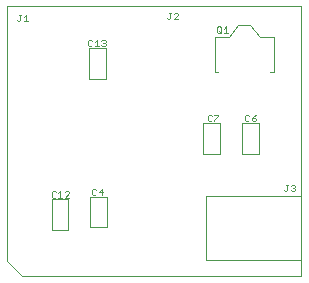
<source format=gto>
G75*
%MOIN*%
%OFA0B0*%
%FSLAX25Y25*%
%IPPOS*%
%LPD*%
%AMOC8*
5,1,8,0,0,1.08239X$1,22.5*
%
%ADD10C,0.00000*%
%ADD11C,0.00394*%
%ADD12C,0.00300*%
D10*
X0027595Y0028433D02*
X0027595Y0113433D01*
X0125595Y0113433D01*
X0125595Y0023433D01*
X0032595Y0023433D01*
X0027595Y0028433D01*
D11*
X0042329Y0038815D02*
X0042329Y0049051D01*
X0047841Y0049051D01*
X0047841Y0038815D01*
X0042329Y0038815D01*
X0055209Y0039765D02*
X0055209Y0050001D01*
X0060721Y0050001D01*
X0060721Y0039765D01*
X0055209Y0039765D01*
X0093847Y0050063D02*
X0093847Y0028803D01*
X0125343Y0028803D01*
X0125343Y0050063D01*
X0093847Y0050063D01*
X0092839Y0064315D02*
X0092839Y0074551D01*
X0098351Y0074551D01*
X0098351Y0064315D01*
X0092839Y0064315D01*
X0105839Y0064315D02*
X0105839Y0074551D01*
X0111351Y0074551D01*
X0111351Y0064315D01*
X0105839Y0064315D01*
X0097934Y0091528D02*
X0096753Y0091528D01*
X0096753Y0103339D01*
X0101477Y0103339D01*
X0104627Y0107276D01*
X0108564Y0107276D01*
X0111713Y0103339D01*
X0116438Y0103339D01*
X0116438Y0091528D01*
X0115257Y0091528D01*
X0060351Y0089315D02*
X0054839Y0089315D01*
X0054839Y0099551D01*
X0060351Y0099551D01*
X0060351Y0089315D01*
D12*
X0059992Y0100140D02*
X0059291Y0100140D01*
X0058941Y0100490D01*
X0058132Y0100140D02*
X0056731Y0100140D01*
X0057431Y0100140D02*
X0057431Y0102242D01*
X0056731Y0101541D01*
X0055922Y0101891D02*
X0055572Y0102242D01*
X0054871Y0102242D01*
X0054521Y0101891D01*
X0054521Y0100490D01*
X0054871Y0100140D01*
X0055572Y0100140D01*
X0055922Y0100490D01*
X0058941Y0101891D02*
X0059291Y0102242D01*
X0059992Y0102242D01*
X0060342Y0101891D01*
X0060342Y0101541D01*
X0059992Y0101191D01*
X0060342Y0100840D01*
X0060342Y0100490D01*
X0059992Y0100140D01*
X0059992Y0101191D02*
X0059641Y0101191D01*
X0080769Y0109414D02*
X0081119Y0109063D01*
X0081469Y0109063D01*
X0081820Y0109414D01*
X0081820Y0111165D01*
X0082170Y0111165D02*
X0081469Y0111165D01*
X0082979Y0110815D02*
X0083329Y0111165D01*
X0084030Y0111165D01*
X0084380Y0110815D01*
X0084380Y0110465D01*
X0082979Y0109063D01*
X0084380Y0109063D01*
X0097489Y0106331D02*
X0097489Y0104929D01*
X0097840Y0104579D01*
X0098540Y0104579D01*
X0098890Y0104929D01*
X0098890Y0106331D01*
X0098540Y0106681D01*
X0097840Y0106681D01*
X0097489Y0106331D01*
X0098190Y0105280D02*
X0098890Y0104579D01*
X0099699Y0104579D02*
X0101100Y0104579D01*
X0100400Y0104579D02*
X0100400Y0106681D01*
X0099699Y0105980D01*
X0097951Y0077228D02*
X0096550Y0077228D01*
X0095741Y0076878D02*
X0095391Y0077228D01*
X0094690Y0077228D01*
X0094340Y0076878D01*
X0094340Y0075477D01*
X0094690Y0075126D01*
X0095391Y0075126D01*
X0095741Y0075477D01*
X0096550Y0075477D02*
X0096550Y0075126D01*
X0096550Y0075477D02*
X0097951Y0076878D01*
X0097951Y0077228D01*
X0106840Y0076878D02*
X0106840Y0075477D01*
X0107190Y0075126D01*
X0107891Y0075126D01*
X0108241Y0075477D01*
X0109050Y0075477D02*
X0109400Y0075126D01*
X0110100Y0075126D01*
X0110451Y0075477D01*
X0110451Y0075827D01*
X0110100Y0076177D01*
X0109050Y0076177D01*
X0109050Y0075477D01*
X0109050Y0076177D02*
X0109750Y0076878D01*
X0110451Y0077228D01*
X0108241Y0076878D02*
X0107891Y0077228D01*
X0107190Y0077228D01*
X0106840Y0076878D01*
X0120540Y0053862D02*
X0121241Y0053862D01*
X0120891Y0053862D02*
X0120891Y0052111D01*
X0120540Y0051760D01*
X0120190Y0051760D01*
X0119840Y0052111D01*
X0122050Y0052111D02*
X0122400Y0051760D01*
X0123100Y0051760D01*
X0123451Y0052111D01*
X0123451Y0052461D01*
X0123100Y0052811D01*
X0122750Y0052811D01*
X0123100Y0052811D02*
X0123451Y0053161D01*
X0123451Y0053512D01*
X0123100Y0053862D01*
X0122400Y0053862D01*
X0122050Y0053512D01*
X0059381Y0051587D02*
X0057980Y0051587D01*
X0059030Y0052638D01*
X0059030Y0050536D01*
X0057171Y0050887D02*
X0056821Y0050536D01*
X0056120Y0050536D01*
X0055770Y0050887D01*
X0055770Y0052288D01*
X0056120Y0052638D01*
X0056821Y0052638D01*
X0057171Y0052288D01*
X0048151Y0051378D02*
X0047800Y0051728D01*
X0047100Y0051728D01*
X0046749Y0051378D01*
X0048151Y0051378D02*
X0048151Y0051028D01*
X0046749Y0049626D01*
X0048151Y0049626D01*
X0045941Y0049626D02*
X0044540Y0049626D01*
X0045240Y0049626D02*
X0045240Y0051728D01*
X0044540Y0051028D01*
X0043731Y0051378D02*
X0043381Y0051728D01*
X0042680Y0051728D01*
X0042330Y0051378D01*
X0042330Y0049977D01*
X0042680Y0049626D01*
X0043381Y0049626D01*
X0043731Y0049977D01*
X0034380Y0108563D02*
X0032979Y0108563D01*
X0033679Y0108563D02*
X0033679Y0110665D01*
X0032979Y0109965D01*
X0032170Y0110665D02*
X0031469Y0110665D01*
X0031820Y0110665D02*
X0031820Y0108914D01*
X0031469Y0108563D01*
X0031119Y0108563D01*
X0030769Y0108914D01*
M02*

</source>
